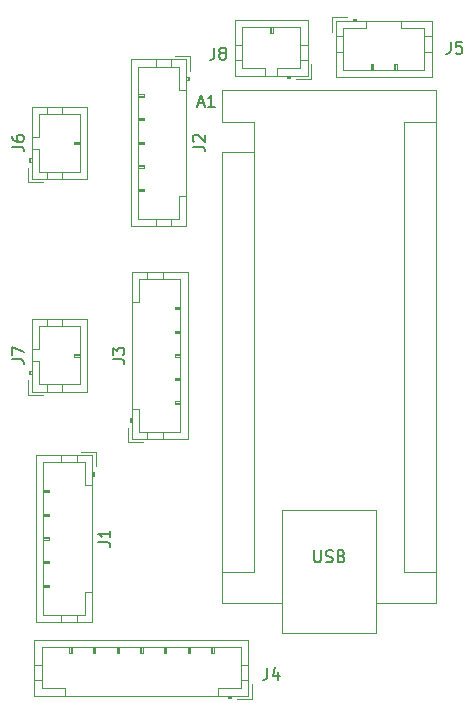
<source format=gbr>
%TF.GenerationSoftware,KiCad,Pcbnew,8.0.6*%
%TF.CreationDate,2024-12-30T21:59:01+07:00*%
%TF.ProjectId,Robot_PCB,526f626f-745f-4504-9342-2e6b69636164,rev?*%
%TF.SameCoordinates,Original*%
%TF.FileFunction,Legend,Top*%
%TF.FilePolarity,Positive*%
%FSLAX46Y46*%
G04 Gerber Fmt 4.6, Leading zero omitted, Abs format (unit mm)*
G04 Created by KiCad (PCBNEW 8.0.6) date 2024-12-30 21:59:01*
%MOMM*%
%LPD*%
G01*
G04 APERTURE LIST*
%ADD10C,0.150000*%
%ADD11C,0.120000*%
G04 APERTURE END LIST*
D10*
X227166666Y-46954819D02*
X227166666Y-47669104D01*
X227166666Y-47669104D02*
X227119047Y-47811961D01*
X227119047Y-47811961D02*
X227023809Y-47907200D01*
X227023809Y-47907200D02*
X226880952Y-47954819D01*
X226880952Y-47954819D02*
X226785714Y-47954819D01*
X227785714Y-47383390D02*
X227690476Y-47335771D01*
X227690476Y-47335771D02*
X227642857Y-47288152D01*
X227642857Y-47288152D02*
X227595238Y-47192914D01*
X227595238Y-47192914D02*
X227595238Y-47145295D01*
X227595238Y-47145295D02*
X227642857Y-47050057D01*
X227642857Y-47050057D02*
X227690476Y-47002438D01*
X227690476Y-47002438D02*
X227785714Y-46954819D01*
X227785714Y-46954819D02*
X227976190Y-46954819D01*
X227976190Y-46954819D02*
X228071428Y-47002438D01*
X228071428Y-47002438D02*
X228119047Y-47050057D01*
X228119047Y-47050057D02*
X228166666Y-47145295D01*
X228166666Y-47145295D02*
X228166666Y-47192914D01*
X228166666Y-47192914D02*
X228119047Y-47288152D01*
X228119047Y-47288152D02*
X228071428Y-47335771D01*
X228071428Y-47335771D02*
X227976190Y-47383390D01*
X227976190Y-47383390D02*
X227785714Y-47383390D01*
X227785714Y-47383390D02*
X227690476Y-47431009D01*
X227690476Y-47431009D02*
X227642857Y-47478628D01*
X227642857Y-47478628D02*
X227595238Y-47573866D01*
X227595238Y-47573866D02*
X227595238Y-47764342D01*
X227595238Y-47764342D02*
X227642857Y-47859580D01*
X227642857Y-47859580D02*
X227690476Y-47907200D01*
X227690476Y-47907200D02*
X227785714Y-47954819D01*
X227785714Y-47954819D02*
X227976190Y-47954819D01*
X227976190Y-47954819D02*
X228071428Y-47907200D01*
X228071428Y-47907200D02*
X228119047Y-47859580D01*
X228119047Y-47859580D02*
X228166666Y-47764342D01*
X228166666Y-47764342D02*
X228166666Y-47573866D01*
X228166666Y-47573866D02*
X228119047Y-47478628D01*
X228119047Y-47478628D02*
X228071428Y-47431009D01*
X228071428Y-47431009D02*
X227976190Y-47383390D01*
X210054819Y-73333333D02*
X210769104Y-73333333D01*
X210769104Y-73333333D02*
X210911961Y-73380952D01*
X210911961Y-73380952D02*
X211007200Y-73476190D01*
X211007200Y-73476190D02*
X211054819Y-73619047D01*
X211054819Y-73619047D02*
X211054819Y-73714285D01*
X210054819Y-72952380D02*
X210054819Y-72285714D01*
X210054819Y-72285714D02*
X211054819Y-72714285D01*
X218554819Y-73333333D02*
X219269104Y-73333333D01*
X219269104Y-73333333D02*
X219411961Y-73380952D01*
X219411961Y-73380952D02*
X219507200Y-73476190D01*
X219507200Y-73476190D02*
X219554819Y-73619047D01*
X219554819Y-73619047D02*
X219554819Y-73714285D01*
X218554819Y-72952380D02*
X218554819Y-72333333D01*
X218554819Y-72333333D02*
X218935771Y-72666666D01*
X218935771Y-72666666D02*
X218935771Y-72523809D01*
X218935771Y-72523809D02*
X218983390Y-72428571D01*
X218983390Y-72428571D02*
X219031009Y-72380952D01*
X219031009Y-72380952D02*
X219126247Y-72333333D01*
X219126247Y-72333333D02*
X219364342Y-72333333D01*
X219364342Y-72333333D02*
X219459580Y-72380952D01*
X219459580Y-72380952D02*
X219507200Y-72428571D01*
X219507200Y-72428571D02*
X219554819Y-72523809D01*
X219554819Y-72523809D02*
X219554819Y-72809523D01*
X219554819Y-72809523D02*
X219507200Y-72904761D01*
X219507200Y-72904761D02*
X219459580Y-72952380D01*
X210054819Y-55333333D02*
X210769104Y-55333333D01*
X210769104Y-55333333D02*
X210911961Y-55380952D01*
X210911961Y-55380952D02*
X211007200Y-55476190D01*
X211007200Y-55476190D02*
X211054819Y-55619047D01*
X211054819Y-55619047D02*
X211054819Y-55714285D01*
X210054819Y-54428571D02*
X210054819Y-54619047D01*
X210054819Y-54619047D02*
X210102438Y-54714285D01*
X210102438Y-54714285D02*
X210150057Y-54761904D01*
X210150057Y-54761904D02*
X210292914Y-54857142D01*
X210292914Y-54857142D02*
X210483390Y-54904761D01*
X210483390Y-54904761D02*
X210864342Y-54904761D01*
X210864342Y-54904761D02*
X210959580Y-54857142D01*
X210959580Y-54857142D02*
X211007200Y-54809523D01*
X211007200Y-54809523D02*
X211054819Y-54714285D01*
X211054819Y-54714285D02*
X211054819Y-54523809D01*
X211054819Y-54523809D02*
X211007200Y-54428571D01*
X211007200Y-54428571D02*
X210959580Y-54380952D01*
X210959580Y-54380952D02*
X210864342Y-54333333D01*
X210864342Y-54333333D02*
X210626247Y-54333333D01*
X210626247Y-54333333D02*
X210531009Y-54380952D01*
X210531009Y-54380952D02*
X210483390Y-54428571D01*
X210483390Y-54428571D02*
X210435771Y-54523809D01*
X210435771Y-54523809D02*
X210435771Y-54714285D01*
X210435771Y-54714285D02*
X210483390Y-54809523D01*
X210483390Y-54809523D02*
X210531009Y-54857142D01*
X210531009Y-54857142D02*
X210626247Y-54904761D01*
X247166666Y-46454819D02*
X247166666Y-47169104D01*
X247166666Y-47169104D02*
X247119047Y-47311961D01*
X247119047Y-47311961D02*
X247023809Y-47407200D01*
X247023809Y-47407200D02*
X246880952Y-47454819D01*
X246880952Y-47454819D02*
X246785714Y-47454819D01*
X248119047Y-46454819D02*
X247642857Y-46454819D01*
X247642857Y-46454819D02*
X247595238Y-46931009D01*
X247595238Y-46931009D02*
X247642857Y-46883390D01*
X247642857Y-46883390D02*
X247738095Y-46835771D01*
X247738095Y-46835771D02*
X247976190Y-46835771D01*
X247976190Y-46835771D02*
X248071428Y-46883390D01*
X248071428Y-46883390D02*
X248119047Y-46931009D01*
X248119047Y-46931009D02*
X248166666Y-47026247D01*
X248166666Y-47026247D02*
X248166666Y-47264342D01*
X248166666Y-47264342D02*
X248119047Y-47359580D01*
X248119047Y-47359580D02*
X248071428Y-47407200D01*
X248071428Y-47407200D02*
X247976190Y-47454819D01*
X247976190Y-47454819D02*
X247738095Y-47454819D01*
X247738095Y-47454819D02*
X247642857Y-47407200D01*
X247642857Y-47407200D02*
X247595238Y-47359580D01*
X231666666Y-99454819D02*
X231666666Y-100169104D01*
X231666666Y-100169104D02*
X231619047Y-100311961D01*
X231619047Y-100311961D02*
X231523809Y-100407200D01*
X231523809Y-100407200D02*
X231380952Y-100454819D01*
X231380952Y-100454819D02*
X231285714Y-100454819D01*
X232571428Y-99788152D02*
X232571428Y-100454819D01*
X232333333Y-99407200D02*
X232095238Y-100121485D01*
X232095238Y-100121485D02*
X232714285Y-100121485D01*
X225354819Y-55333333D02*
X226069104Y-55333333D01*
X226069104Y-55333333D02*
X226211961Y-55380952D01*
X226211961Y-55380952D02*
X226307200Y-55476190D01*
X226307200Y-55476190D02*
X226354819Y-55619047D01*
X226354819Y-55619047D02*
X226354819Y-55714285D01*
X225450057Y-54904761D02*
X225402438Y-54857142D01*
X225402438Y-54857142D02*
X225354819Y-54761904D01*
X225354819Y-54761904D02*
X225354819Y-54523809D01*
X225354819Y-54523809D02*
X225402438Y-54428571D01*
X225402438Y-54428571D02*
X225450057Y-54380952D01*
X225450057Y-54380952D02*
X225545295Y-54333333D01*
X225545295Y-54333333D02*
X225640533Y-54333333D01*
X225640533Y-54333333D02*
X225783390Y-54380952D01*
X225783390Y-54380952D02*
X226354819Y-54952380D01*
X226354819Y-54952380D02*
X226354819Y-54333333D01*
X217354819Y-88833333D02*
X218069104Y-88833333D01*
X218069104Y-88833333D02*
X218211961Y-88880952D01*
X218211961Y-88880952D02*
X218307200Y-88976190D01*
X218307200Y-88976190D02*
X218354819Y-89119047D01*
X218354819Y-89119047D02*
X218354819Y-89214285D01*
X218354819Y-87833333D02*
X218354819Y-88404761D01*
X218354819Y-88119047D02*
X217354819Y-88119047D01*
X217354819Y-88119047D02*
X217497676Y-88214285D01*
X217497676Y-88214285D02*
X217592914Y-88309523D01*
X217592914Y-88309523D02*
X217640533Y-88404761D01*
X225785714Y-51669104D02*
X226261904Y-51669104D01*
X225690476Y-51954819D02*
X226023809Y-50954819D01*
X226023809Y-50954819D02*
X226357142Y-51954819D01*
X227214285Y-51954819D02*
X226642857Y-51954819D01*
X226928571Y-51954819D02*
X226928571Y-50954819D01*
X226928571Y-50954819D02*
X226833333Y-51097676D01*
X226833333Y-51097676D02*
X226738095Y-51192914D01*
X226738095Y-51192914D02*
X226642857Y-51240533D01*
X235618095Y-89514819D02*
X235618095Y-90324342D01*
X235618095Y-90324342D02*
X235665714Y-90419580D01*
X235665714Y-90419580D02*
X235713333Y-90467200D01*
X235713333Y-90467200D02*
X235808571Y-90514819D01*
X235808571Y-90514819D02*
X235999047Y-90514819D01*
X235999047Y-90514819D02*
X236094285Y-90467200D01*
X236094285Y-90467200D02*
X236141904Y-90419580D01*
X236141904Y-90419580D02*
X236189523Y-90324342D01*
X236189523Y-90324342D02*
X236189523Y-89514819D01*
X236618095Y-90467200D02*
X236760952Y-90514819D01*
X236760952Y-90514819D02*
X236999047Y-90514819D01*
X236999047Y-90514819D02*
X237094285Y-90467200D01*
X237094285Y-90467200D02*
X237141904Y-90419580D01*
X237141904Y-90419580D02*
X237189523Y-90324342D01*
X237189523Y-90324342D02*
X237189523Y-90229104D01*
X237189523Y-90229104D02*
X237141904Y-90133866D01*
X237141904Y-90133866D02*
X237094285Y-90086247D01*
X237094285Y-90086247D02*
X236999047Y-90038628D01*
X236999047Y-90038628D02*
X236808571Y-89991009D01*
X236808571Y-89991009D02*
X236713333Y-89943390D01*
X236713333Y-89943390D02*
X236665714Y-89895771D01*
X236665714Y-89895771D02*
X236618095Y-89800533D01*
X236618095Y-89800533D02*
X236618095Y-89705295D01*
X236618095Y-89705295D02*
X236665714Y-89610057D01*
X236665714Y-89610057D02*
X236713333Y-89562438D01*
X236713333Y-89562438D02*
X236808571Y-89514819D01*
X236808571Y-89514819D02*
X237046666Y-89514819D01*
X237046666Y-89514819D02*
X237189523Y-89562438D01*
X237951428Y-89991009D02*
X238094285Y-90038628D01*
X238094285Y-90038628D02*
X238141904Y-90086247D01*
X238141904Y-90086247D02*
X238189523Y-90181485D01*
X238189523Y-90181485D02*
X238189523Y-90324342D01*
X238189523Y-90324342D02*
X238141904Y-90419580D01*
X238141904Y-90419580D02*
X238094285Y-90467200D01*
X238094285Y-90467200D02*
X237999047Y-90514819D01*
X237999047Y-90514819D02*
X237618095Y-90514819D01*
X237618095Y-90514819D02*
X237618095Y-89514819D01*
X237618095Y-89514819D02*
X237951428Y-89514819D01*
X237951428Y-89514819D02*
X238046666Y-89562438D01*
X238046666Y-89562438D02*
X238094285Y-89610057D01*
X238094285Y-89610057D02*
X238141904Y-89705295D01*
X238141904Y-89705295D02*
X238141904Y-89800533D01*
X238141904Y-89800533D02*
X238094285Y-89895771D01*
X238094285Y-89895771D02*
X238046666Y-89943390D01*
X238046666Y-89943390D02*
X237951428Y-89991009D01*
X237951428Y-89991009D02*
X237618095Y-89991009D01*
D11*
%TO.C,J8*%
X235360000Y-49610000D02*
X235360000Y-48360000D01*
X235060000Y-49310000D02*
X235060000Y-44590000D01*
X235060000Y-48000000D02*
X234450000Y-48000000D01*
X235060000Y-46700000D02*
X234450000Y-46700000D01*
X235060000Y-44590000D02*
X228940000Y-44590000D01*
X234450000Y-48700000D02*
X234450000Y-45200000D01*
X234450000Y-45200000D02*
X229550000Y-45200000D01*
X234110000Y-49610000D02*
X235360000Y-49610000D01*
X233600000Y-49510000D02*
X233600000Y-49310000D01*
X233300000Y-49510000D02*
X233600000Y-49510000D01*
X233300000Y-49410000D02*
X233600000Y-49410000D01*
X233300000Y-49310000D02*
X233300000Y-49510000D01*
X232500000Y-49310000D02*
X232500000Y-48700000D01*
X232500000Y-48700000D02*
X234450000Y-48700000D01*
X232100000Y-45700000D02*
X231900000Y-45700000D01*
X232100000Y-45200000D02*
X232100000Y-45700000D01*
X232000000Y-45200000D02*
X232000000Y-45700000D01*
X231900000Y-45700000D02*
X231900000Y-45200000D01*
X231500000Y-48700000D02*
X231500000Y-49310000D01*
X229550000Y-48700000D02*
X231500000Y-48700000D01*
X229550000Y-45200000D02*
X229550000Y-48700000D01*
X228940000Y-49310000D02*
X235060000Y-49310000D01*
X228940000Y-48000000D02*
X229550000Y-48000000D01*
X228940000Y-46700000D02*
X229550000Y-46700000D01*
X228940000Y-44590000D02*
X228940000Y-49310000D01*
%TO.C,J7*%
X216410000Y-69940000D02*
X211690000Y-69940000D01*
X214300000Y-69940000D02*
X214300000Y-70550000D01*
X213000000Y-69940000D02*
X213000000Y-70550000D01*
X211690000Y-69940000D02*
X211690000Y-76060000D01*
X215800000Y-70550000D02*
X212300000Y-70550000D01*
X212300000Y-70550000D02*
X212300000Y-72500000D01*
X212300000Y-72500000D02*
X211690000Y-72500000D01*
X215300000Y-72900000D02*
X215800000Y-72900000D01*
X215800000Y-73000000D02*
X215300000Y-73000000D01*
X215800000Y-73100000D02*
X215300000Y-73100000D01*
X215300000Y-73100000D02*
X215300000Y-72900000D01*
X212300000Y-73500000D02*
X212300000Y-75450000D01*
X211690000Y-73500000D02*
X212300000Y-73500000D01*
X211690000Y-74300000D02*
X211490000Y-74300000D01*
X211590000Y-74300000D02*
X211590000Y-74600000D01*
X211490000Y-74300000D02*
X211490000Y-74600000D01*
X211490000Y-74600000D02*
X211690000Y-74600000D01*
X211390000Y-75110000D02*
X211390000Y-76360000D01*
X215800000Y-75450000D02*
X215800000Y-70550000D01*
X212300000Y-75450000D02*
X215800000Y-75450000D01*
X216410000Y-76060000D02*
X216410000Y-69940000D01*
X214300000Y-76060000D02*
X214300000Y-75450000D01*
X213000000Y-76060000D02*
X213000000Y-75450000D01*
X211690000Y-76060000D02*
X216410000Y-76060000D01*
X211390000Y-76360000D02*
X212640000Y-76360000D01*
%TO.C,J3*%
X224910000Y-65940000D02*
X220190000Y-65940000D01*
X222800000Y-65940000D02*
X222800000Y-66550000D01*
X221500000Y-65940000D02*
X221500000Y-66550000D01*
X220190000Y-65940000D02*
X220190000Y-80060000D01*
X224300000Y-66550000D02*
X220800000Y-66550000D01*
X220800000Y-66550000D02*
X220800000Y-68500000D01*
X220800000Y-68500000D02*
X220190000Y-68500000D01*
X223800000Y-68900000D02*
X224300000Y-68900000D01*
X224300000Y-69000000D02*
X223800000Y-69000000D01*
X224300000Y-69100000D02*
X223800000Y-69100000D01*
X223800000Y-69100000D02*
X223800000Y-68900000D01*
X223800000Y-70900000D02*
X224300000Y-70900000D01*
X224300000Y-71000000D02*
X223800000Y-71000000D01*
X224300000Y-71100000D02*
X223800000Y-71100000D01*
X223800000Y-71100000D02*
X223800000Y-70900000D01*
X223800000Y-72900000D02*
X224300000Y-72900000D01*
X224300000Y-73000000D02*
X223800000Y-73000000D01*
X224300000Y-73100000D02*
X223800000Y-73100000D01*
X223800000Y-73100000D02*
X223800000Y-72900000D01*
X223800000Y-74900000D02*
X224300000Y-74900000D01*
X224300000Y-75000000D02*
X223800000Y-75000000D01*
X224300000Y-75100000D02*
X223800000Y-75100000D01*
X223800000Y-75100000D02*
X223800000Y-74900000D01*
X223800000Y-76900000D02*
X224300000Y-76900000D01*
X224300000Y-77000000D02*
X223800000Y-77000000D01*
X224300000Y-77100000D02*
X223800000Y-77100000D01*
X223800000Y-77100000D02*
X223800000Y-76900000D01*
X220800000Y-77500000D02*
X220800000Y-79450000D01*
X220190000Y-77500000D02*
X220800000Y-77500000D01*
X220190000Y-78300000D02*
X219990000Y-78300000D01*
X220090000Y-78300000D02*
X220090000Y-78600000D01*
X219990000Y-78300000D02*
X219990000Y-78600000D01*
X219990000Y-78600000D02*
X220190000Y-78600000D01*
X219890000Y-79110000D02*
X219890000Y-80360000D01*
X224300000Y-79450000D02*
X224300000Y-66550000D01*
X220800000Y-79450000D02*
X224300000Y-79450000D01*
X224910000Y-80060000D02*
X224910000Y-65940000D01*
X222800000Y-80060000D02*
X222800000Y-79450000D01*
X221500000Y-80060000D02*
X221500000Y-79450000D01*
X220190000Y-80060000D02*
X224910000Y-80060000D01*
X219890000Y-80360000D02*
X221140000Y-80360000D01*
%TO.C,J6*%
X216410000Y-51940000D02*
X211690000Y-51940000D01*
X214300000Y-51940000D02*
X214300000Y-52550000D01*
X213000000Y-51940000D02*
X213000000Y-52550000D01*
X211690000Y-51940000D02*
X211690000Y-58060000D01*
X215800000Y-52550000D02*
X212300000Y-52550000D01*
X212300000Y-52550000D02*
X212300000Y-54500000D01*
X212300000Y-54500000D02*
X211690000Y-54500000D01*
X215300000Y-54900000D02*
X215800000Y-54900000D01*
X215800000Y-55000000D02*
X215300000Y-55000000D01*
X215800000Y-55100000D02*
X215300000Y-55100000D01*
X215300000Y-55100000D02*
X215300000Y-54900000D01*
X212300000Y-55500000D02*
X212300000Y-57450000D01*
X211690000Y-55500000D02*
X212300000Y-55500000D01*
X211690000Y-56300000D02*
X211490000Y-56300000D01*
X211590000Y-56300000D02*
X211590000Y-56600000D01*
X211490000Y-56300000D02*
X211490000Y-56600000D01*
X211490000Y-56600000D02*
X211690000Y-56600000D01*
X211390000Y-57110000D02*
X211390000Y-58360000D01*
X215800000Y-57450000D02*
X215800000Y-52550000D01*
X212300000Y-57450000D02*
X215800000Y-57450000D01*
X216410000Y-58060000D02*
X216410000Y-51940000D01*
X214300000Y-58060000D02*
X214300000Y-57450000D01*
X213000000Y-58060000D02*
X213000000Y-57450000D01*
X211690000Y-58060000D02*
X216410000Y-58060000D01*
X211390000Y-58360000D02*
X212640000Y-58360000D01*
%TO.C,J5*%
X245560000Y-49410000D02*
X245560000Y-44690000D01*
X245560000Y-47300000D02*
X244950000Y-47300000D01*
X245560000Y-46000000D02*
X244950000Y-46000000D01*
X245560000Y-44690000D02*
X237440000Y-44690000D01*
X244950000Y-48800000D02*
X244950000Y-45300000D01*
X244950000Y-45300000D02*
X243000000Y-45300000D01*
X243000000Y-45300000D02*
X243000000Y-44690000D01*
X242600000Y-48300000D02*
X242600000Y-48800000D01*
X242500000Y-48800000D02*
X242500000Y-48300000D01*
X242400000Y-48800000D02*
X242400000Y-48300000D01*
X242400000Y-48300000D02*
X242600000Y-48300000D01*
X240600000Y-48300000D02*
X240600000Y-48800000D01*
X240500000Y-48800000D02*
X240500000Y-48300000D01*
X240400000Y-48800000D02*
X240400000Y-48300000D01*
X240400000Y-48300000D02*
X240600000Y-48300000D01*
X240000000Y-45300000D02*
X238050000Y-45300000D01*
X240000000Y-44690000D02*
X240000000Y-45300000D01*
X239200000Y-44690000D02*
X239200000Y-44490000D01*
X239200000Y-44590000D02*
X238900000Y-44590000D01*
X239200000Y-44490000D02*
X238900000Y-44490000D01*
X238900000Y-44490000D02*
X238900000Y-44690000D01*
X238390000Y-44390000D02*
X237140000Y-44390000D01*
X238050000Y-48800000D02*
X244950000Y-48800000D01*
X238050000Y-45300000D02*
X238050000Y-48800000D01*
X237440000Y-49410000D02*
X245560000Y-49410000D01*
X237440000Y-47300000D02*
X238050000Y-47300000D01*
X237440000Y-46000000D02*
X238050000Y-46000000D01*
X237440000Y-44690000D02*
X237440000Y-49410000D01*
X237140000Y-44390000D02*
X237140000Y-45640000D01*
%TO.C,J4*%
X211940000Y-97090000D02*
X211940000Y-101810000D01*
X211940000Y-99200000D02*
X212550000Y-99200000D01*
X211940000Y-100500000D02*
X212550000Y-100500000D01*
X211940000Y-101810000D02*
X230060000Y-101810000D01*
X212550000Y-97700000D02*
X212550000Y-101200000D01*
X212550000Y-101200000D02*
X214500000Y-101200000D01*
X214500000Y-101200000D02*
X214500000Y-101810000D01*
X214900000Y-98200000D02*
X214900000Y-97700000D01*
X215000000Y-97700000D02*
X215000000Y-98200000D01*
X215100000Y-97700000D02*
X215100000Y-98200000D01*
X215100000Y-98200000D02*
X214900000Y-98200000D01*
X216900000Y-98200000D02*
X216900000Y-97700000D01*
X217000000Y-97700000D02*
X217000000Y-98200000D01*
X217100000Y-97700000D02*
X217100000Y-98200000D01*
X217100000Y-98200000D02*
X216900000Y-98200000D01*
X218900000Y-98200000D02*
X218900000Y-97700000D01*
X219000000Y-97700000D02*
X219000000Y-98200000D01*
X219100000Y-97700000D02*
X219100000Y-98200000D01*
X219100000Y-98200000D02*
X218900000Y-98200000D01*
X220900000Y-98200000D02*
X220900000Y-97700000D01*
X221000000Y-97700000D02*
X221000000Y-98200000D01*
X221100000Y-97700000D02*
X221100000Y-98200000D01*
X221100000Y-98200000D02*
X220900000Y-98200000D01*
X222900000Y-98200000D02*
X222900000Y-97700000D01*
X223000000Y-97700000D02*
X223000000Y-98200000D01*
X223100000Y-97700000D02*
X223100000Y-98200000D01*
X223100000Y-98200000D02*
X222900000Y-98200000D01*
X224900000Y-98200000D02*
X224900000Y-97700000D01*
X225000000Y-97700000D02*
X225000000Y-98200000D01*
X225100000Y-97700000D02*
X225100000Y-98200000D01*
X225100000Y-98200000D02*
X224900000Y-98200000D01*
X226900000Y-98200000D02*
X226900000Y-97700000D01*
X227000000Y-97700000D02*
X227000000Y-98200000D01*
X227100000Y-97700000D02*
X227100000Y-98200000D01*
X227100000Y-98200000D02*
X226900000Y-98200000D01*
X227500000Y-101200000D02*
X229450000Y-101200000D01*
X227500000Y-101810000D02*
X227500000Y-101200000D01*
X228300000Y-101810000D02*
X228300000Y-102010000D01*
X228300000Y-101910000D02*
X228600000Y-101910000D01*
X228300000Y-102010000D02*
X228600000Y-102010000D01*
X228600000Y-102010000D02*
X228600000Y-101810000D01*
X229110000Y-102110000D02*
X230360000Y-102110000D01*
X229450000Y-97700000D02*
X212550000Y-97700000D01*
X229450000Y-101200000D02*
X229450000Y-97700000D01*
X230060000Y-97090000D02*
X211940000Y-97090000D01*
X230060000Y-99200000D02*
X229450000Y-99200000D01*
X230060000Y-100500000D02*
X229450000Y-100500000D01*
X230060000Y-101810000D02*
X230060000Y-97090000D01*
X230360000Y-102110000D02*
X230360000Y-100860000D01*
%TO.C,J2*%
X220090000Y-62060000D02*
X224810000Y-62060000D01*
X222200000Y-62060000D02*
X222200000Y-61450000D01*
X223500000Y-62060000D02*
X223500000Y-61450000D01*
X224810000Y-62060000D02*
X224810000Y-47940000D01*
X220700000Y-61450000D02*
X224200000Y-61450000D01*
X224200000Y-61450000D02*
X224200000Y-59500000D01*
X224200000Y-59500000D02*
X224810000Y-59500000D01*
X221200000Y-59100000D02*
X220700000Y-59100000D01*
X220700000Y-59000000D02*
X221200000Y-59000000D01*
X220700000Y-58900000D02*
X221200000Y-58900000D01*
X221200000Y-58900000D02*
X221200000Y-59100000D01*
X221200000Y-57100000D02*
X220700000Y-57100000D01*
X220700000Y-57000000D02*
X221200000Y-57000000D01*
X220700000Y-56900000D02*
X221200000Y-56900000D01*
X221200000Y-56900000D02*
X221200000Y-57100000D01*
X221200000Y-55100000D02*
X220700000Y-55100000D01*
X220700000Y-55000000D02*
X221200000Y-55000000D01*
X220700000Y-54900000D02*
X221200000Y-54900000D01*
X221200000Y-54900000D02*
X221200000Y-55100000D01*
X221200000Y-53100000D02*
X220700000Y-53100000D01*
X220700000Y-53000000D02*
X221200000Y-53000000D01*
X220700000Y-52900000D02*
X221200000Y-52900000D01*
X221200000Y-52900000D02*
X221200000Y-53100000D01*
X221200000Y-51100000D02*
X220700000Y-51100000D01*
X220700000Y-51000000D02*
X221200000Y-51000000D01*
X220700000Y-50900000D02*
X221200000Y-50900000D01*
X221200000Y-50900000D02*
X221200000Y-51100000D01*
X224200000Y-50500000D02*
X224200000Y-48550000D01*
X224810000Y-50500000D02*
X224200000Y-50500000D01*
X224810000Y-49700000D02*
X225010000Y-49700000D01*
X224910000Y-49700000D02*
X224910000Y-49400000D01*
X225010000Y-49700000D02*
X225010000Y-49400000D01*
X225010000Y-49400000D02*
X224810000Y-49400000D01*
X225110000Y-48890000D02*
X225110000Y-47640000D01*
X220700000Y-48550000D02*
X220700000Y-61450000D01*
X224200000Y-48550000D02*
X220700000Y-48550000D01*
X220090000Y-47940000D02*
X220090000Y-62060000D01*
X222200000Y-47940000D02*
X222200000Y-48550000D01*
X223500000Y-47940000D02*
X223500000Y-48550000D01*
X224810000Y-47940000D02*
X220090000Y-47940000D01*
X225110000Y-47640000D02*
X223860000Y-47640000D01*
%TO.C,J1*%
X212090000Y-95560000D02*
X216810000Y-95560000D01*
X214200000Y-95560000D02*
X214200000Y-94950000D01*
X215500000Y-95560000D02*
X215500000Y-94950000D01*
X216810000Y-95560000D02*
X216810000Y-81440000D01*
X212700000Y-94950000D02*
X216200000Y-94950000D01*
X216200000Y-94950000D02*
X216200000Y-93000000D01*
X216200000Y-93000000D02*
X216810000Y-93000000D01*
X213200000Y-92600000D02*
X212700000Y-92600000D01*
X212700000Y-92500000D02*
X213200000Y-92500000D01*
X212700000Y-92400000D02*
X213200000Y-92400000D01*
X213200000Y-92400000D02*
X213200000Y-92600000D01*
X213200000Y-90600000D02*
X212700000Y-90600000D01*
X212700000Y-90500000D02*
X213200000Y-90500000D01*
X212700000Y-90400000D02*
X213200000Y-90400000D01*
X213200000Y-90400000D02*
X213200000Y-90600000D01*
X213200000Y-88600000D02*
X212700000Y-88600000D01*
X212700000Y-88500000D02*
X213200000Y-88500000D01*
X212700000Y-88400000D02*
X213200000Y-88400000D01*
X213200000Y-88400000D02*
X213200000Y-88600000D01*
X213200000Y-86600000D02*
X212700000Y-86600000D01*
X212700000Y-86500000D02*
X213200000Y-86500000D01*
X212700000Y-86400000D02*
X213200000Y-86400000D01*
X213200000Y-86400000D02*
X213200000Y-86600000D01*
X213200000Y-84600000D02*
X212700000Y-84600000D01*
X212700000Y-84500000D02*
X213200000Y-84500000D01*
X212700000Y-84400000D02*
X213200000Y-84400000D01*
X213200000Y-84400000D02*
X213200000Y-84600000D01*
X216200000Y-84000000D02*
X216200000Y-82050000D01*
X216810000Y-84000000D02*
X216200000Y-84000000D01*
X216810000Y-83200000D02*
X217010000Y-83200000D01*
X216910000Y-83200000D02*
X216910000Y-82900000D01*
X217010000Y-83200000D02*
X217010000Y-82900000D01*
X217010000Y-82900000D02*
X216810000Y-82900000D01*
X217110000Y-82390000D02*
X217110000Y-81140000D01*
X212700000Y-82050000D02*
X212700000Y-94950000D01*
X216200000Y-82050000D02*
X212700000Y-82050000D01*
X212090000Y-81440000D02*
X212090000Y-95560000D01*
X214200000Y-81440000D02*
X214200000Y-82050000D01*
X215500000Y-81440000D02*
X215500000Y-82050000D01*
X216810000Y-81440000D02*
X212090000Y-81440000D01*
X217110000Y-81140000D02*
X215860000Y-81140000D01*
%TO.C,A1*%
X227860000Y-50560000D02*
X227860000Y-53230000D01*
X227860000Y-55770000D02*
X227860000Y-94000000D01*
X227860000Y-94000000D02*
X232940000Y-94000000D01*
X230530000Y-53230000D02*
X227860000Y-53230000D01*
X230530000Y-55770000D02*
X227860000Y-55770000D01*
X230530000Y-55770000D02*
X230530000Y-53230000D01*
X230530000Y-55770000D02*
X230530000Y-91330000D01*
X230530000Y-91330000D02*
X227860000Y-91330000D01*
X232940000Y-86120000D02*
X240820000Y-86120000D01*
X232940000Y-96540000D02*
X232940000Y-86120000D01*
X240820000Y-86120000D02*
X240820000Y-96540000D01*
X240820000Y-96540000D02*
X232940000Y-96540000D01*
X243230000Y-53230000D02*
X243230000Y-91330000D01*
X243230000Y-53230000D02*
X245900000Y-53230000D01*
X243230000Y-91330000D02*
X245900000Y-91330000D01*
X245900000Y-50560000D02*
X227860000Y-50560000D01*
X245900000Y-94000000D02*
X240820000Y-94000000D01*
X245900000Y-94000000D02*
X245900000Y-50560000D01*
%TD*%
M02*

</source>
